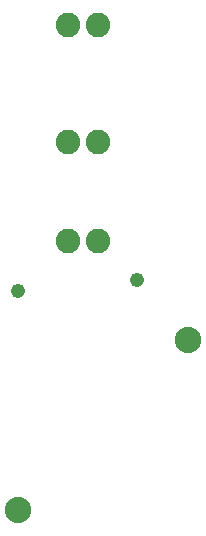
<source format=gts>
G75*
G70*
%OFA0B0*%
%FSLAX24Y24*%
%IPPOS*%
%LPD*%
%AMOC8*
5,1,8,0,0,1.08239X$1,22.5*
%
%ADD10C,0.0880*%
%ADD11C,0.0820*%
%ADD12C,0.0476*%
D10*
X005523Y003989D03*
X011180Y009646D03*
D11*
X008180Y012946D03*
X007180Y012946D03*
X007180Y016246D03*
X008180Y016246D03*
X008180Y020146D03*
X007180Y020146D03*
D12*
X009480Y011646D03*
X005523Y011289D03*
M02*

</source>
